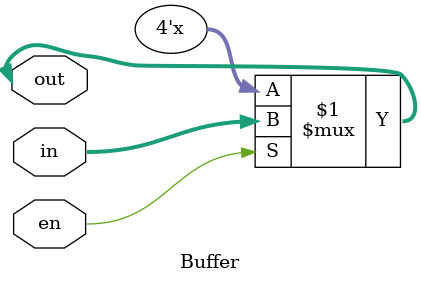
<source format=v>
module Buffer (
	input wire [3:0] in,
	inout wire [3:0] out,
	input wire en
);
	// if en is true-- then in; else 4'bZZZZ
	assign out = en ? in : 4'bZZZZ; 

endmodule
</source>
